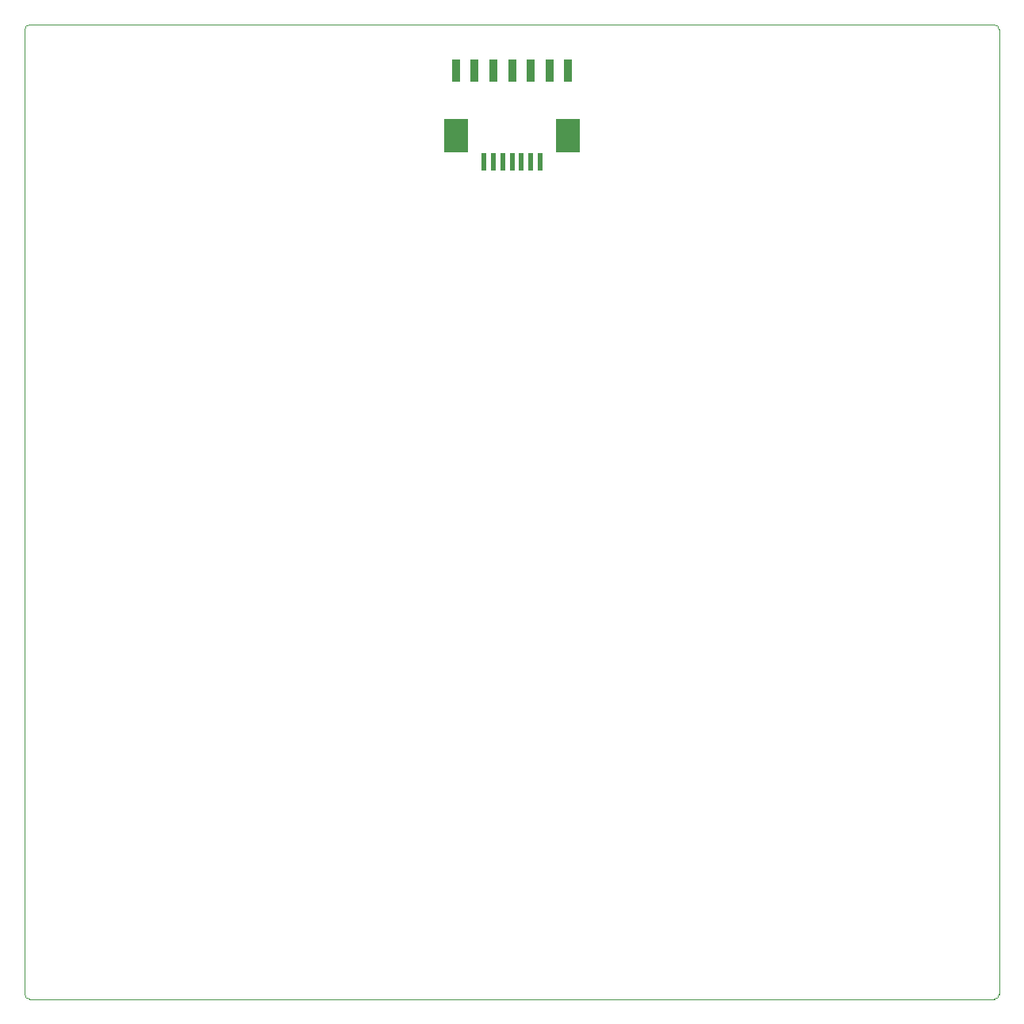
<source format=gbr>
G04 GENERATED BY PULSONIX 7.0 GERBER.DLL 4573*
%INHILLSTAR_80X80_EL_V1_0*%
%LNGERBER_PASTE_BOTTOM*%
%FSLAX33Y33*%
%IPPOS*%
%LPD*%
%OFA0B0*%
%MOMM*%
%ADD346C,0.100*%
%ADD452R,0.549X1.849*%
%ADD456R,2.649X3.549*%
%ADD5690R,0.849X2.449*%
X0Y0D02*
D02*
D346*
X79378Y179862D02*
X182378D01*
G75*
G02X182878Y179362J-500*
G01*
Y76362*
G75*
G02X182378Y75862I-500*
G01*
X79378*
G75*
G02X78878Y76362J500*
G01*
Y179362*
G75*
G02X79378Y179862I500*
G01*
D02*
D452*
X127878Y165277D03*
X128878D03*
X129878D03*
X130878D03*
X131878D03*
X132878D03*
X133878D03*
D02*
D456*
X124878Y168077D03*
X136878D03*
D02*
D5690*
X124878Y174962D03*
X126878D03*
X128878D03*
X130878D03*
X132878D03*
X134878D03*
X136878D03*
X0Y0D02*
M02*

</source>
